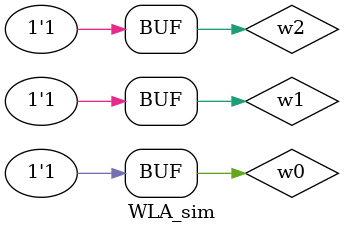
<source format=sv>
`timescale 1ns / 1ps




module WLA_sim; //no ports to test module

    //declare inputs and outputs to give to your module
    //can be the same names as the ports of the module under test
    logic w2, w1, w0; 
    logic wHIGH, wLOW;
    
    //Instantiate your module undertest
    WLA_top wla0 (  .w2(w2), .w1(w1), .w0(w0), .wHIGH(wHIGH), .wLOW(wLOW)  );

    //list your test cases
    initial 
        begin
        w2 = 0; w1 = 0; w0 = 0;
        #10
        if (wHIGH != 0 | wLOW != 1) $display("Test case 1 failed!");
        
        w2 = 0; w1 = 0; w0 = 1;
        #10
        if (wHIGH != 0 | wLOW != 1) $display("Test case 2 failed!");
        
        w2 = 0; w1 = 1; w0 = 0;
        #10
        if (wHIGH != 0 | wLOW != 1) $display("Test case 3 failed!");
        
        w2 = 0; w1 = 1; w0 = 1;
        #10
        if (wHIGH != 0 | wLOW != 0) $display("Test case 4 failed!");
        
        w2 = 1; w1 = 0; w0 = 0;
        #10
        if (wHIGH != 0 | wLOW != 0) $display("Test case 5 failed!");
        
        w2 = 1; w1 = 0; w0 = 1;
        #10
        if (wHIGH != 0 | wLOW != 0) $display("Test case 6 failed!");
        
        w2 = 1; w1 = 1; w0 = 0;
        #10
        if (wHIGH != 1 | wLOW != 0) $display("Test case 7 failed!");
        
        w2 = 1; w1 = 1; w0 = 1;
        #10
        if (wHIGH != 1 | wLOW != 0) $display("Test case 8 failed!");
         
        $display("Finished testing!");  
      end                                 
    
endmodule


</source>
